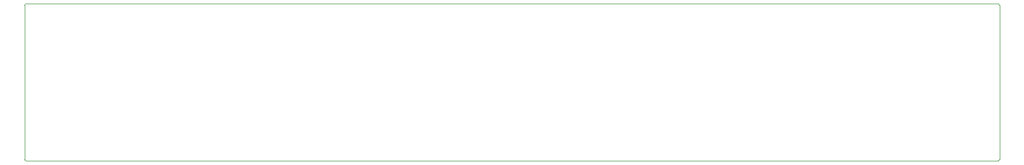
<source format=gbr>
%TF.GenerationSoftware,KiCad,Pcbnew,(5.1.6)-1*%
%TF.CreationDate,2020-08-25T11:31:31-04:00*%
%TF.ProjectId,PCBRuler,50434252-756c-4657-922e-6b696361645f,rev?*%
%TF.SameCoordinates,Original*%
%TF.FileFunction,Profile,NP*%
%FSLAX46Y46*%
G04 Gerber Fmt 4.6, Leading zero omitted, Abs format (unit mm)*
G04 Created by KiCad (PCBNEW (5.1.6)-1) date 2020-08-25 11:31:31*
%MOMM*%
%LPD*%
G01*
G04 APERTURE LIST*
%TA.AperFunction,Profile*%
%ADD10C,0.050000*%
%TD*%
G04 APERTURE END LIST*
D10*
X146250000Y-115000000D02*
G75*
G02*
X146500000Y-114750000I250000J0D01*
G01*
X302720000Y-114750000D02*
G75*
G02*
X302970000Y-115000000I0J-250000D01*
G01*
X302970000Y-139900000D02*
G75*
G02*
X302720000Y-140150000I-250000J0D01*
G01*
X146500000Y-140150000D02*
G75*
G02*
X146250000Y-139900000I0J250000D01*
G01*
X302970000Y-139900000D02*
X302970000Y-115000000D01*
X146250000Y-139900000D02*
X146252000Y-115000000D01*
X146500000Y-114751000D02*
X302720000Y-114750000D01*
X146500000Y-140151000D02*
X302720000Y-140150000D01*
M02*

</source>
